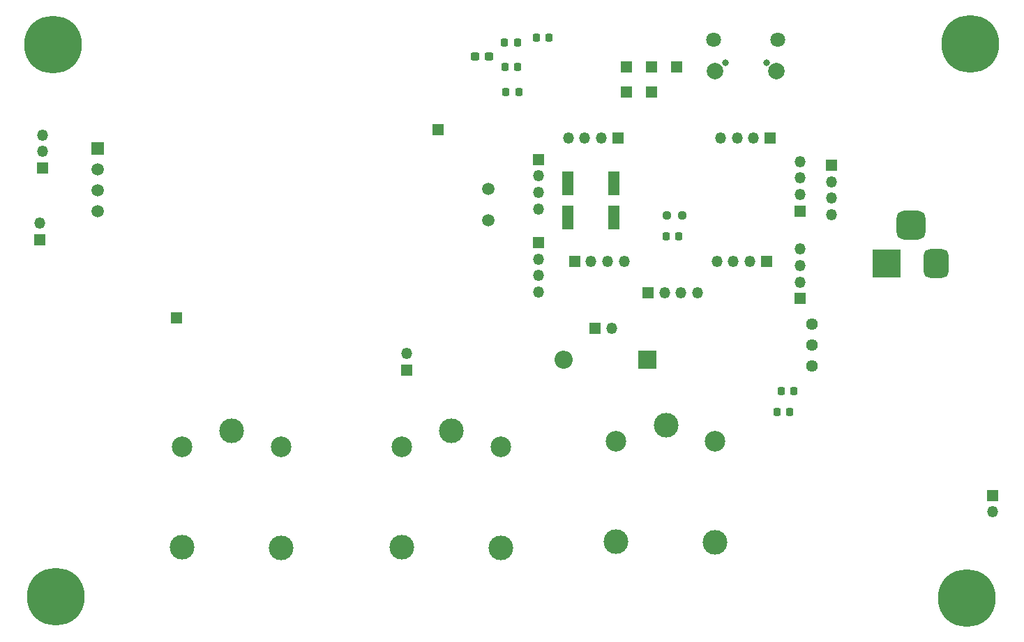
<source format=gbr>
%TF.GenerationSoftware,KiCad,Pcbnew,8.0.4*%
%TF.CreationDate,2024-09-30T00:09:27+07:00*%
%TF.ProjectId,Schematic_editted,53636865-6d61-4746-9963-5f6564697474,rev?*%
%TF.SameCoordinates,Original*%
%TF.FileFunction,Soldermask,Bot*%
%TF.FilePolarity,Negative*%
%FSLAX46Y46*%
G04 Gerber Fmt 4.6, Leading zero omitted, Abs format (unit mm)*
G04 Created by KiCad (PCBNEW 8.0.4) date 2024-09-30 00:09:27*
%MOMM*%
%LPD*%
G01*
G04 APERTURE LIST*
G04 Aperture macros list*
%AMRoundRect*
0 Rectangle with rounded corners*
0 $1 Rounding radius*
0 $2 $3 $4 $5 $6 $7 $8 $9 X,Y pos of 4 corners*
0 Add a 4 corners polygon primitive as box body*
4,1,4,$2,$3,$4,$5,$6,$7,$8,$9,$2,$3,0*
0 Add four circle primitives for the rounded corners*
1,1,$1+$1,$2,$3*
1,1,$1+$1,$4,$5*
1,1,$1+$1,$6,$7*
1,1,$1+$1,$8,$9*
0 Add four rect primitives between the rounded corners*
20,1,$1+$1,$2,$3,$4,$5,0*
20,1,$1+$1,$4,$5,$6,$7,0*
20,1,$1+$1,$6,$7,$8,$9,0*
20,1,$1+$1,$8,$9,$2,$3,0*%
G04 Aperture macros list end*
%ADD10R,1.350000X1.350000*%
%ADD11O,1.350000X1.350000*%
%ADD12R,1.500000X1.500000*%
%ADD13C,1.500000*%
%ADD14C,1.800000*%
%ADD15C,2.000000*%
%ADD16C,0.800000*%
%ADD17R,2.200000X2.200000*%
%ADD18O,2.200000X2.200000*%
%ADD19C,3.000000*%
%ADD20C,2.500000*%
%ADD21C,7.000000*%
%ADD22C,1.440000*%
%ADD23RoundRect,0.875000X0.875000X0.875000X-0.875000X0.875000X-0.875000X-0.875000X0.875000X-0.875000X0*%
%ADD24RoundRect,0.750000X0.750000X1.000000X-0.750000X1.000000X-0.750000X-1.000000X0.750000X-1.000000X0*%
%ADD25R,3.500000X3.500000*%
%ADD26RoundRect,0.225000X-0.225000X-0.250000X0.225000X-0.250000X0.225000X0.250000X-0.225000X0.250000X0*%
%ADD27RoundRect,0.225000X0.225000X0.250000X-0.225000X0.250000X-0.225000X-0.250000X0.225000X-0.250000X0*%
%ADD28RoundRect,0.237500X0.300000X0.237500X-0.300000X0.237500X-0.300000X-0.237500X0.300000X-0.237500X0*%
%ADD29RoundRect,0.237500X0.250000X0.237500X-0.250000X0.237500X-0.250000X-0.237500X0.250000X-0.237500X0*%
%ADD30R,1.430000X2.850000*%
G04 APERTURE END LIST*
D10*
%TO.C,J32*%
X109572000Y-103120000D03*
%TD*%
%TO.C,J26*%
X166784000Y-100076000D03*
D11*
X168784000Y-100076000D03*
X170784000Y-100076000D03*
X172784000Y-100076000D03*
%TD*%
D10*
%TO.C,J24*%
X153512000Y-94028000D03*
D11*
X153512000Y-96028000D03*
X153512000Y-98028000D03*
X153512000Y-100028000D03*
%TD*%
D12*
%TO.C,U9*%
X100023900Y-82607000D03*
D13*
X100023900Y-85147000D03*
X100023900Y-87687000D03*
X100023900Y-90227000D03*
%TD*%
D14*
%TO.C,J13*%
X174788000Y-69420000D03*
D15*
X174938000Y-73220000D03*
X182388000Y-73220000D03*
D14*
X182538000Y-69420000D03*
D16*
X176163000Y-72170000D03*
X181163000Y-72170000D03*
%TD*%
D10*
%TO.C,J23*%
X153512000Y-83916000D03*
D11*
X153512000Y-85916000D03*
X153512000Y-87916000D03*
X153512000Y-89916000D03*
%TD*%
D10*
%TO.C,J21*%
X181610000Y-81280000D03*
D11*
X179610000Y-81280000D03*
X177610000Y-81280000D03*
X175610000Y-81280000D03*
%TD*%
D10*
%TO.C,J31*%
X141322000Y-80260000D03*
%TD*%
%TO.C,J12*%
X167228000Y-72644000D03*
%TD*%
%TO.C,J28*%
X185262000Y-90170000D03*
D11*
X185262000Y-88170000D03*
X185262000Y-86170000D03*
X185262000Y-84170000D03*
%TD*%
D10*
%TO.C,OP_AMP_3*%
X137512000Y-109470000D03*
D11*
X137512000Y-107470000D03*
%TD*%
D10*
%TO.C,J14*%
X164180000Y-75692000D03*
%TD*%
D17*
%TO.C,D18*%
X166722000Y-108200000D03*
D18*
X156562000Y-108200000D03*
%TD*%
D10*
%TO.C,J16*%
X189072000Y-84614000D03*
D11*
X189072000Y-86614000D03*
X189072000Y-88614000D03*
X189072000Y-90614000D03*
%TD*%
D10*
%TO.C,J15*%
X164180000Y-72644000D03*
%TD*%
%TO.C,J17*%
X160372000Y-104390000D03*
D11*
X162372000Y-104390000D03*
%TD*%
D19*
%TO.C,K3*%
X168962000Y-116210000D03*
D20*
X162912000Y-118160000D03*
D19*
X162912000Y-130360000D03*
X174962000Y-130410000D03*
D20*
X174912000Y-118160000D03*
%TD*%
D13*
%TO.C,Y1*%
X147416000Y-87508000D03*
X147416000Y-91308000D03*
%TD*%
D10*
%TO.C,J25*%
X157878000Y-96266000D03*
D11*
X159878000Y-96266000D03*
X161878000Y-96266000D03*
X163878000Y-96266000D03*
%TD*%
D10*
%TO.C,J1*%
X92962700Y-93640000D03*
D11*
X92962700Y-91640000D03*
%TD*%
D10*
%TO.C,J22*%
X163116000Y-81280000D03*
D11*
X161116000Y-81280000D03*
X159116000Y-81280000D03*
X157116000Y-81280000D03*
%TD*%
D21*
%TO.C,H7*%
X94596874Y-69964474D03*
%TD*%
D10*
%TO.C,J3*%
X93267500Y-84943800D03*
D11*
X93267500Y-82943800D03*
X93267500Y-80943800D03*
%TD*%
D10*
%TO.C,J20*%
X185262000Y-100806000D03*
D11*
X185262000Y-98806000D03*
X185262000Y-96806000D03*
X185262000Y-94806000D03*
%TD*%
D21*
%TO.C,H6*%
X205518674Y-137172874D03*
%TD*%
D10*
%TO.C,J30*%
X170276000Y-72644000D03*
%TD*%
%TO.C,J11*%
X208632000Y-124710000D03*
D11*
X208632000Y-126710000D03*
%TD*%
D22*
%TO.C,RV4*%
X186695063Y-103913763D03*
X186695063Y-106453763D03*
X186695063Y-108993763D03*
%TD*%
D10*
%TO.C,J27*%
X181150000Y-96266000D03*
D11*
X179150000Y-96266000D03*
X177150000Y-96266000D03*
X175150000Y-96266000D03*
%TD*%
D21*
%TO.C,H8*%
X205950474Y-69888274D03*
%TD*%
%TO.C,H5*%
X94927074Y-137045874D03*
%TD*%
D23*
%TO.C,J37*%
X198730237Y-91871737D03*
D24*
X201730237Y-96571737D03*
D25*
X195730237Y-96571737D03*
%TD*%
D19*
%TO.C,K1*%
X116272000Y-116860000D03*
D20*
X110222000Y-118810000D03*
D19*
X110222000Y-131010000D03*
X122272000Y-131060000D03*
D20*
X122222000Y-118810000D03*
%TD*%
D10*
%TO.C,J29*%
X167228000Y-75692000D03*
%TD*%
D19*
%TO.C,K2*%
X142942000Y-116860000D03*
D20*
X136892000Y-118810000D03*
D19*
X136892000Y-131010000D03*
X148942000Y-131060000D03*
D20*
X148892000Y-118810000D03*
%TD*%
D26*
%TO.C,C35*%
X182457000Y-114550000D03*
X184007000Y-114550000D03*
%TD*%
D27*
%TO.C,104\u002C2*%
X151112000Y-75717400D03*
X149562000Y-75717400D03*
%TD*%
%TO.C,C9*%
X150985000Y-72644000D03*
X149435000Y-72644000D03*
%TD*%
%TO.C,C2*%
X150934200Y-69723000D03*
X149384200Y-69723000D03*
%TD*%
D26*
%TO.C,C1*%
X153245000Y-69088000D03*
X154795000Y-69088000D03*
%TD*%
D28*
%TO.C,104\u002C4*%
X147503500Y-71432250D03*
X145778500Y-71432250D03*
%TD*%
D26*
%TO.C,105\u002C1*%
X168993000Y-93218000D03*
X170543000Y-93218000D03*
%TD*%
%TO.C,C34*%
X182952000Y-112010000D03*
X184502000Y-112010000D03*
%TD*%
D29*
%TO.C,R3\u002C2*%
X170934500Y-90678000D03*
X169109500Y-90678000D03*
%TD*%
D30*
%TO.C,Y2*%
X157026000Y-86825000D03*
X162656000Y-86825000D03*
X162656000Y-90975000D03*
X157026000Y-90975000D03*
%TD*%
M02*

</source>
